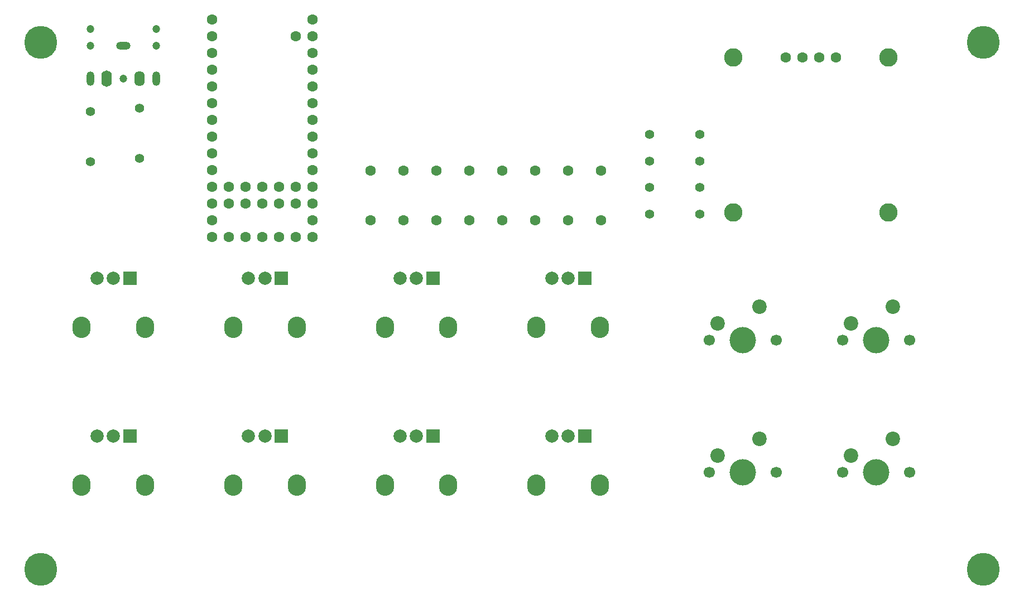
<source format=gbr>
%TF.GenerationSoftware,KiCad,Pcbnew,9.0.2*%
%TF.CreationDate,2025-08-22T18:27:53+01:00*%
%TF.ProjectId,MC8P_MIDI_CONTROLLER,4d433850-5f4d-4494-9449-5f434f4e5452,rev?*%
%TF.SameCoordinates,Original*%
%TF.FileFunction,Soldermask,Bot*%
%TF.FilePolarity,Negative*%
%FSLAX46Y46*%
G04 Gerber Fmt 4.6, Leading zero omitted, Abs format (unit mm)*
G04 Created by KiCad (PCBNEW 9.0.2) date 2025-08-22 18:27:53*
%MOMM*%
%LPD*%
G01*
G04 APERTURE LIST*
%ADD10C,1.397000*%
%ADD11O,2.780000X3.240000*%
%ADD12R,2.000000X2.000000*%
%ADD13C,2.000000*%
%ADD14C,2.800000*%
%ADD15C,1.600000*%
%ADD16C,5.000000*%
%ADD17C,1.700000*%
%ADD18C,4.000000*%
%ADD19C,2.200000*%
%ADD20C,1.200000*%
%ADD21O,1.200000X2.200000*%
%ADD22O,1.600000X2.300000*%
%ADD23O,2.200000X1.200000*%
%ADD24O,1.600000X2.500000*%
G04 APERTURE END LIST*
D10*
%TO.C,R5*%
X33480000Y-44120000D03*
X33480000Y-36500000D03*
%TD*%
%TO.C,R3*%
X125980000Y-44000000D03*
X118360000Y-44000000D03*
%TD*%
%TO.C,R2*%
X125980000Y-48000000D03*
X118360000Y-48000000D03*
%TD*%
D11*
%TO.C,RV5*%
X41782700Y-93244200D03*
X32182700Y-93244200D03*
D12*
X39482700Y-85744200D03*
D13*
X36982700Y-85744200D03*
X34482700Y-85744200D03*
%TD*%
D11*
%TO.C,RV6*%
X64782700Y-93244200D03*
X55182700Y-93244200D03*
D12*
X62482700Y-85744200D03*
D13*
X59982700Y-85744200D03*
X57482700Y-85744200D03*
%TD*%
D14*
%TO.C,SSD1306*%
X154540000Y-51805000D03*
X154540000Y-28305000D03*
X131040000Y-51805000D03*
X131040000Y-28305000D03*
D15*
X146600000Y-28305000D03*
X144060000Y-28305000D03*
X141520000Y-28305000D03*
X138980000Y-28305000D03*
%TD*%
D16*
%TO.C,REF\u002A\u002A*%
X25980000Y-26000000D03*
%TD*%
D10*
%TO.C,R1*%
X125980000Y-52100000D03*
X118360000Y-52100000D03*
%TD*%
D17*
%TO.C,SW2*%
X147630000Y-71250000D03*
D18*
X152710000Y-71250000D03*
D17*
X157790000Y-71250000D03*
D19*
X155250000Y-66170000D03*
X148900000Y-68710000D03*
%TD*%
D15*
%TO.C,C3*%
X85980000Y-53000000D03*
X85980000Y-45500000D03*
%TD*%
D16*
%TO.C,REF\u002A\u002A*%
X168980000Y-26000000D03*
%TD*%
D11*
%TO.C,RV2*%
X64782700Y-69284200D03*
X55182700Y-69284200D03*
D12*
X62482700Y-61784200D03*
D13*
X59982700Y-61784200D03*
X57482700Y-61784200D03*
%TD*%
D15*
%TO.C,C7*%
X100980000Y-53000000D03*
X100980000Y-45500000D03*
%TD*%
D11*
%TO.C,RV4*%
X110782700Y-69284200D03*
X101182700Y-69284200D03*
D12*
X108482700Y-61784200D03*
D13*
X105982700Y-61784200D03*
X103482700Y-61784200D03*
%TD*%
D15*
%TO.C,C1*%
X75980000Y-53000000D03*
X75980000Y-45500000D03*
%TD*%
D17*
%TO.C,SW3*%
X127400000Y-91250000D03*
D18*
X132480000Y-91250000D03*
D17*
X137560000Y-91250000D03*
D19*
X135020000Y-86170000D03*
X128670000Y-88710000D03*
%TD*%
D11*
%TO.C,RV8*%
X110782700Y-93244200D03*
X101182700Y-93244200D03*
D12*
X108482700Y-85744200D03*
D13*
X105982700Y-85744200D03*
X103482700Y-85744200D03*
%TD*%
D15*
%TO.C,C4*%
X90980000Y-53000000D03*
X90980000Y-45500000D03*
%TD*%
D17*
%TO.C,SW1*%
X127400000Y-71250000D03*
D18*
X132480000Y-71250000D03*
D17*
X137560000Y-71250000D03*
D19*
X135020000Y-66170000D03*
X128670000Y-68710000D03*
%TD*%
D16*
%TO.C,*%
X25980000Y-106000000D03*
%TD*%
D15*
%TO.C,C8*%
X95980000Y-53000000D03*
X95980000Y-45500000D03*
%TD*%
D11*
%TO.C,RV1*%
X41782700Y-69284200D03*
X32182700Y-69284200D03*
D12*
X39482700Y-61784200D03*
D13*
X36982700Y-61784200D03*
X34482700Y-61784200D03*
%TD*%
D15*
%TO.C,U1*%
X51980000Y-22500000D03*
X51980000Y-25040000D03*
X51980000Y-27580000D03*
X51980000Y-30120000D03*
X51980000Y-32660000D03*
X51980000Y-35200000D03*
X51980000Y-37740000D03*
X51980000Y-40280000D03*
X51980000Y-42820000D03*
X51980000Y-45360000D03*
X51980000Y-47900000D03*
X51980000Y-50440000D03*
X51980000Y-52980000D03*
X51980000Y-55520000D03*
X54520000Y-55520000D03*
X57060000Y-55520000D03*
X59600000Y-55520000D03*
X62140000Y-55520000D03*
X64680000Y-55520000D03*
X67220000Y-55520000D03*
X67220000Y-52980000D03*
X67220000Y-50440000D03*
X67220000Y-47900000D03*
X67220000Y-45360000D03*
X67220000Y-42820000D03*
X67220000Y-40280000D03*
X67220000Y-37740000D03*
X67220000Y-35200000D03*
X67220000Y-32660000D03*
X67220000Y-30120000D03*
X67220000Y-27580000D03*
X67220000Y-25040000D03*
X67220000Y-22500000D03*
X64680000Y-25040000D03*
X64680000Y-50440000D03*
X64680000Y-47900000D03*
X62140000Y-50440000D03*
X62140000Y-47900000D03*
X59600000Y-50440000D03*
X59600000Y-47900000D03*
X57060000Y-50440000D03*
X57060000Y-47900000D03*
X54520000Y-50440000D03*
X54520000Y-47900000D03*
%TD*%
D10*
%TO.C,R4*%
X125980000Y-40000000D03*
X118360000Y-40000000D03*
%TD*%
D15*
%TO.C,C2*%
X80980000Y-53000000D03*
X80980000Y-45500000D03*
%TD*%
D11*
%TO.C,RV7*%
X87782700Y-93244200D03*
X78182700Y-93244200D03*
D12*
X85482700Y-85744200D03*
D13*
X82982700Y-85744200D03*
X80482700Y-85744200D03*
%TD*%
D17*
%TO.C,SW4*%
X147630000Y-91250000D03*
D18*
X152710000Y-91250000D03*
D17*
X157790000Y-91250000D03*
D19*
X155250000Y-86170000D03*
X148900000Y-88710000D03*
%TD*%
D11*
%TO.C,RV3*%
X87782700Y-69284200D03*
X78182700Y-69284200D03*
D12*
X85482700Y-61784200D03*
D13*
X82982700Y-61784200D03*
X80482700Y-61784200D03*
%TD*%
D20*
%TO.C,J1*%
X43480000Y-26500000D03*
X43480000Y-24000000D03*
X38480000Y-31500000D03*
X33480000Y-26500000D03*
X33480000Y-24000000D03*
D21*
X43480000Y-31500000D03*
D22*
X40980000Y-31500000D03*
D23*
X38480000Y-26500000D03*
D21*
X33480000Y-31500000D03*
D24*
X35980000Y-31500000D03*
%TD*%
D16*
%TO.C,REF\u002A\u002A*%
X168980000Y-106000000D03*
%TD*%
D15*
%TO.C,C6*%
X105980000Y-53000000D03*
X105980000Y-45500000D03*
%TD*%
D10*
%TO.C,R6*%
X40980000Y-43620000D03*
X40980000Y-36000000D03*
%TD*%
D15*
%TO.C,C5*%
X110980000Y-53000000D03*
X110980000Y-45500000D03*
%TD*%
M02*

</source>
